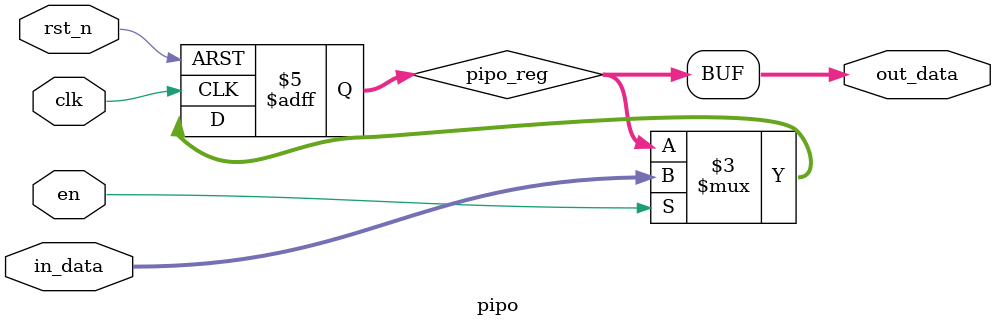
<source format=v>
module pipo #(
    parameter WIDTH = 8
)(
    input  clk,
    input  rst_n,
    input  en,
    input  [WIDTH-1:0] in_data,
    output [WIDTH-1:0] out_data
);

    reg [WIDTH-1:0] pipo_reg;

    always @(posedge clk or negedge rst_n) begin
        if (!rst_n) begin
            pipo_reg <= {WIDTH{1'b0}};
        end else if (en) begin
            pipo_reg <= in_data;
        end
    end
    assign out_data = pipo_reg;
endmodule
</source>
